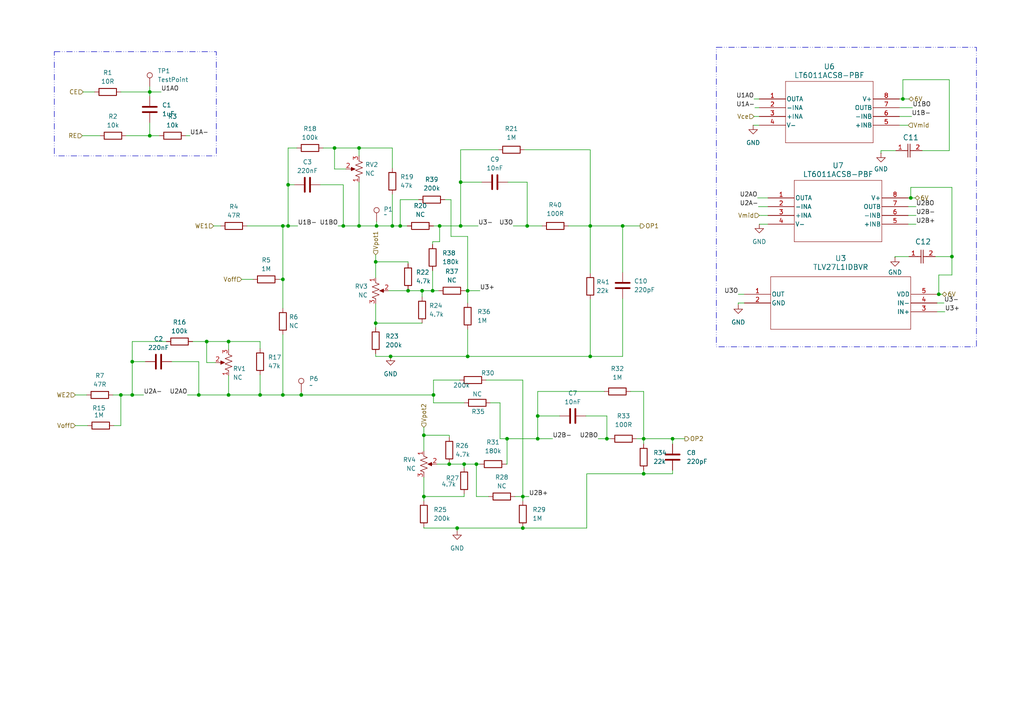
<source format=kicad_sch>
(kicad_sch (version 20231120) (generator "eeschema") (generator_version "8.0")
  (paper "A4")
  (lib_symbols
    (symbol "Connector:TestPoint" (pin_numbers hide) (pin_names (offset 0.762) hide)
      (property "Reference" "TP" (at 0 6.858 0))
      (property "Value" "TestPoint" (at 0 5.08 0))
      (symbol "TestPoint_0_1"
        (circle (center 0 3.302) (radius 0.762))
      )
      (symbol "TestPoint_1_1"
        (pin passive line (at 0 0 90) (length 2.54) (name "1") (number "1"))
      )
    )
    (symbol "Device:C" (pin_numbers hide) (pin_names (offset 0.254))
      (property "Reference" "C" (at 0.635 2.54 0))
      (property "Value" "C" (at 0.635 -2.54 0))
      (symbol "C_0_1"
        (polyline (pts (xy -2.032 -0.762) (xy 2.032 -0.762)) (stroke (width 0.508)))
        (polyline (pts (xy -2.032 0.762) (xy 2.032 0.762)) (stroke (width 0.508)))
      )
      (symbol "C_1_1"
        (pin passive line (at 0 3.81 270) (length 2.794) (name "~") (number "1"))
        (pin passive line (at 0 -3.81 90) (length 2.794) (name "~") (number "2"))
      )
    )
    (symbol "Device:R" (pin_numbers hide) (pin_names (offset 0))
      (property "Reference" "R" (at 2.032 0 90))
      (property "Value" "R" (at 0 0 90))
      (symbol "R_0_1"
        (rectangle (start -1.016 -2.54) (end 1.016 2.54) (stroke (width 0.254)))
      )
      (symbol "R_1_1"
        (pin passive line (at 0 3.81 270) (length 1.27) (name "~") (number "1"))
        (pin passive line (at 0 -3.81 90) (length 1.27) (name "~") (number "2"))
      )
    )
    (symbol "Device:R_Potentiometer_US" (pin_names (offset 1.016) hide)
      (property "Reference" "RV" (at -4.445 0 90))
      (property "Value" "R_Potentiometer_US" (at -2.54 0 90))
      (symbol "R_Potentiometer_US_0_1"
        (polyline (pts (xy 0 -2.286) (xy 0 -2.54)))
        (polyline (pts (xy 0 2.54) (xy 0 2.286)))
        (polyline (pts (xy 2.54 0) (xy 1.524 0)))
        (polyline (pts (xy 1.143 0) (xy 2.286 0.508) (xy 2.286 -0.508) (xy 1.143 0)) (fill (type outline)))
        (polyline (pts (xy 0 -0.762) (xy 1.016 -1.143) (xy 0 -1.524) (xy -1.016 -1.905) (xy 0 -2.286)))
        (polyline (pts (xy 0 0.762) (xy 1.016 0.381) (xy 0 0) (xy -1.016 -0.381) (xy 0 -0.762)))
        (polyline (pts (xy 0 2.286) (xy 1.016 1.905) (xy 0 1.524) (xy -1.016 1.143) (xy 0 0.762)))
      )
      (symbol "R_Potentiometer_US_1_1"
        (pin passive line (at 0 3.81 270) (length 1.27) (name "1") (number "1"))
        (pin passive line (at 3.81 0 180) (length 1.27) (name "2") (number "2"))
        (pin passive line (at 0 -3.81 90) (length 1.27) (name "3") (number "3"))
      )
    )
    (symbol "LT 6011A Opamp:LT6011ACS8-PBF" (pin_names (offset 0.254))
      (property "Reference" "U" (at 20.32 10.16 0))
      (property "Value" "LT6011ACS8-PBF" (at 20.32 7.62 0))
      (symbol "LT6011ACS8-PBF_0_1"
        (polyline (pts (xy 7.62 -12.7) (xy 33.02 -12.7)) (stroke (width 0.127)))
        (polyline (pts (xy 7.62 5.08) (xy 7.62 -12.7)) (stroke (width 0.127)))
        (polyline (pts (xy 33.02 -12.7) (xy 33.02 5.08)) (stroke (width 0.127)))
        (polyline (pts (xy 33.02 5.08) (xy 7.62 5.08)) (stroke (width 0.127)))
        (pin output line (at 0 0 0) (length 7.62) (name "OUTA") (number "1"))
        (pin input line (at 0 -2.54 0) (length 7.62) (name "-INA") (number "2"))
        (pin input line (at 0 -5.08 0) (length 7.62) (name "+INA") (number "3"))
        (pin power_in line (at 0 -7.62 0) (length 7.62) (name "V-") (number "4"))
        (pin input line (at 40.64 -7.62 180) (length 7.62) (name "+INB") (number "5"))
        (pin input line (at 40.64 -5.08 180) (length 7.62) (name "-INB") (number "6"))
        (pin output line (at 40.64 -2.54 180) (length 7.62) (name "OUTB") (number "7"))
        (pin power_in line (at 40.64 0 180) (length 7.62) (name "V+") (number "8"))
      )
    )
    (symbol "TLV27L1DBVR:TLV27L1IDBVR" (pin_names (offset 0.254))
      (property "Reference" "U" (at 27.94 10.16 0))
      (property "Value" "TLV27L1IDBVR" (at 27.94 7.62 0))
      (symbol "TLV27L1IDBVR_0_1"
        (polyline (pts (xy 7.62 -10.16) (xy 48.26 -10.16)) (stroke (width 0.127)))
        (polyline (pts (xy 7.62 5.08) (xy 7.62 -10.16)) (stroke (width 0.127)))
        (polyline (pts (xy 48.26 -10.16) (xy 48.26 5.08)) (stroke (width 0.127)))
        (polyline (pts (xy 48.26 5.08) (xy 7.62 5.08)) (stroke (width 0.127)))
        (pin output line (at 0 0 0) (length 7.62) (name "OUT") (number "1"))
        (pin power_in line (at 0 -2.54 0) (length 7.62) (name "GND") (number "2"))
        (pin input line (at 55.88 -5.08 180) (length 7.62) (name "IN+") (number "3"))
        (pin input line (at 55.88 -2.54 180) (length 7.62) (name "IN-") (number "4"))
        (pin power_in line (at 55.88 0 180) (length 7.62) (name "VDD") (number "5"))
      )
    )
    (symbol "kemet_0.1uf:C0805C104K5RACTU" (pin_names (offset 0.254))
      (property "Reference" "C" (at 3.81 3.81 0))
      (property "Value" "C0805C104K5RACTU" (at 3.81 -3.81 0))
      (symbol "C0805C104K5RACTU_1_1"
        (polyline (pts (xy 2.54 0) (xy 3.4798 0)) (stroke (width 0.2032)))
        (polyline (pts (xy 3.4798 -1.905) (xy 3.4798 1.905)) (stroke (width 0.2032)))
        (polyline (pts (xy 4.1148 -1.905) (xy 4.1148 1.905)) (stroke (width 0.2032)))
        (polyline (pts (xy 4.1148 0) (xy 5.08 0)) (stroke (width 0.2032)))
        (pin unspecified line (at 0 0 0) (length 2.54) (name "") (number "1"))
        (pin unspecified line (at 7.62 0 180) (length 2.54) (name "") (number "2"))
      )
      (symbol "C0805C104K5RACTU_1_2"
        (polyline (pts (xy -1.905 -4.1148) (xy 1.905 -4.1148)) (stroke (width 0.2032)))
        (polyline (pts (xy -1.905 -3.4798) (xy 1.905 -3.4798)) (stroke (width 0.2032)))
        (polyline (pts (xy 0 -4.1148) (xy 0 -5.08)) (stroke (width 0.2032)))
        (polyline (pts (xy 0 -2.54) (xy 0 -3.4798)) (stroke (width 0.2032)))
        (pin unspecified line (at 0 0 270) (length 2.54) (name "") (number "1"))
        (pin unspecified line (at 0 -7.62 90) (length 2.54) (name "") (number "2"))
      )
    )
    (symbol "power:GND" (power) (pin_numbers hide) (pin_names (offset 0) hide)
      (property "Value" "GND" (at 0 -3.81 0))
      (symbol "GND_0_1"
        (polyline (pts (xy 0 0) (xy 0 -1.27) (xy 1.27 -1.27) (xy 0 -2.54) (xy -1.27 -1.27) (xy 0 -1.27)))
      )
      (symbol "GND_1_1"
        (pin power_in line (at 0 0 270) (length 0) (name "~") (number "1"))
      )
    )
  )
  (junction (at 57.658 114.554))
  (junction (at 195.072 127.254))
  (junction (at 151.638 153.162))
  (junction (at 155.956 120.65))
  (junction (at 113.792 65.532))
  (junction (at 151.638 144.018))
  (junction (at 122.428 84.328))
  (junction (at 122.936 126.238))
  (junction (at 130.302 134.62))
  (junction (at 113.284 103.378))
  (junction (at 180.594 65.532))
  (junction (at 38.354 104.902))
  (junction (at 38.354 114.554))
  (junction (at 66.294 99.06))
  (junction (at 122.936 144.018))
  (junction (at 276.098 74.422))
  (junction (at 138.176 134.62))
  (junction (at 99.568 65.532))
  (junction (at 176.022 127.254))
  (junction (at 171.196 65.532))
  (junction (at 152.908 65.532))
  (junction (at 125.73 114.554))
  (junction (at 133.604 65.532))
  (junction (at 104.14 65.532))
  (junction (at 104.14 42.926))
  (junction (at 155.956 127.254))
  (junction (at 264.16 57.404))
  (junction (at 147.066 127.254))
  (junction (at 135.636 84.328))
  (junction (at 109.22 65.532))
  (junction (at 108.966 75.946))
  (junction (at 132.588 153.162))
  (junction (at 43.434 39.37))
  (junction (at 135.636 103.378))
  (junction (at 43.434 26.67))
  (junction (at 118.364 84.328))
  (junction (at 125.476 84.328))
  (junction (at 75.438 114.554))
  (junction (at 186.69 137.414))
  (junction (at 97.028 42.926))
  (junction (at 82.042 114.554))
  (junction (at 83.566 53.594))
  (junction (at 82.042 65.532))
  (junction (at 83.566 65.532))
  (junction (at 186.69 127.254))
  (junction (at 134.62 134.62))
  (junction (at 272.288 85.344))
  (junction (at 66.294 114.554))
  (junction (at 59.944 99.06))
  (junction (at 87.376 114.554))
  (junction (at 108.966 93.726))
  (junction (at 116.078 65.532))
  (junction (at 35.052 114.554))
  (junction (at 82.042 81.026))
  (junction (at 171.196 103.378))
  (junction (at 133.604 52.832))
  (junction (at 261.874 28.702))
  (junction (at 127.508 65.532))
  (wire (pts (xy 171.196 65.532) (xy 180.594 65.532)))
  (wire (pts (xy 135.636 95.504) (xy 135.636 103.378)))
  (wire (pts (xy 75.438 101.092) (xy 75.438 99.06)))
  (wire (pts (xy 180.594 86.614) (xy 180.594 103.378)))
  (wire (pts (xy 135.636 103.378) (xy 171.196 103.378)))
  (wire (pts (xy 35.052 114.554) (xy 38.354 114.554)))
  (wire (pts (xy 122.936 144.018) (xy 122.936 138.43)))
  (wire (pts (xy 122.428 86.106) (xy 122.428 84.328)))
  (wire (pts (xy 145.034 127.254) (xy 147.066 127.254)))
  (wire (pts (xy 118.364 75.946) (xy 118.364 76.454)))
  (wire (pts (xy 152.908 52.832) (xy 147.32 52.832)))
  (wire (pts (xy 59.944 99.06) (xy 66.294 99.06)))
  (wire (pts (xy 57.658 114.554) (xy 54.356 114.554)))
  (wire (pts (xy 125.73 116.84) (xy 125.73 114.554)))
  (wire (pts (xy 139.192 134.62) (xy 138.176 134.62)))
  (wire (pts (xy 260.858 28.702) (xy 261.874 28.702)))
  (wire (pts (xy 186.69 136.398) (xy 186.69 137.414)))
  (wire (pts (xy 195.072 127.254) (xy 195.072 128.778)))
  (wire (pts (xy 38.354 99.06) (xy 38.354 104.902)))
  (wire (pts (xy 48.26 99.06) (xy 38.354 99.06)))
  (wire (pts (xy 126.746 134.62) (xy 130.302 134.62)))
  (wire (pts (xy 59.944 99.06) (xy 59.944 105.156)))
  (wire (pts (xy 99.568 53.594) (xy 99.568 65.532)))
  (wire (pts (xy 83.566 53.594) (xy 83.566 65.532)))
  (wire (pts (xy 66.294 99.06) (xy 66.294 101.346)))
  (wire (pts (xy 122.936 144.018) (xy 134.62 144.018)))
  (wire (pts (xy 180.594 65.532) (xy 180.594 78.994)))
  (wire (pts (xy 97.028 49.022) (xy 97.028 42.926)))
  (wire (pts (xy 261.874 28.702) (xy 263.652 28.702)))
  (wire (pts (xy 116.078 65.532) (xy 118.11 65.532)))
  (wire (pts (xy 272.288 79.756) (xy 272.288 85.344)))
  (wire (pts (xy 83.566 65.532) (xy 86.36 65.532)))
  (wire (pts (xy 218.694 28.702) (xy 220.218 28.702)))
  (wire (pts (xy 130.302 134.62) (xy 134.62 134.62)))
  (wire (pts (xy 155.956 120.65) (xy 162.306 120.65)))
  (wire (pts (xy 108.966 75.946) (xy 118.364 75.946)))
  (wire (pts (xy 170.18 153.162) (xy 170.18 137.414)))
  (wire (pts (xy 134.62 143.256) (xy 134.62 144.018)))
  (wire (pts (xy 152.146 43.434) (xy 171.196 43.434)))
  (wire (pts (xy 75.438 108.712) (xy 75.438 114.554)))
  (wire (pts (xy 170.18 137.414) (xy 186.69 137.414)))
  (wire (pts (xy 135.636 103.378) (xy 113.284 103.378)))
  (wire (pts (xy 104.14 65.532) (xy 104.14 52.832)))
  (wire (pts (xy 87.376 114.554) (xy 82.042 114.554)))
  (wire (pts (xy 261.874 23.114) (xy 275.336 23.114)))
  (wire (pts (xy 155.956 127.254) (xy 160.274 127.254)))
  (wire (pts (xy 259.588 74.676) (xy 259.588 74.422)))
  (wire (pts (xy 55.118 39.37) (xy 53.848 39.37)))
  (wire (pts (xy 130.81 68.58) (xy 135.636 68.58)))
  (wire (pts (xy 98.044 65.532) (xy 99.568 65.532)))
  (wire (pts (xy 66.294 99.06) (xy 75.438 99.06)))
  (wire (pts (xy 140.97 110.236) (xy 151.638 110.236)))
  (wire (pts (xy 164.846 65.532) (xy 171.196 65.532)))
  (wire (pts (xy 264.414 33.782) (xy 260.858 33.782)))
  (wire (pts (xy 133.604 65.532) (xy 138.684 65.532)))
  (wire (pts (xy 142.24 116.84) (xy 145.034 116.84)))
  (wire (pts (xy 23.876 39.37) (xy 28.956 39.37)))
  (wire (pts (xy 186.69 127.254) (xy 195.072 127.254)))
  (wire (pts (xy 171.196 86.868) (xy 171.196 103.378)))
  (wire (pts (xy 265.684 62.484) (xy 263.398 62.484)))
  (wire (pts (xy 132.588 153.162) (xy 132.588 153.924)))
  (wire (pts (xy 62.484 105.156) (xy 59.944 105.156)))
  (wire (pts (xy 133.35 110.236) (xy 125.73 110.236)))
  (wire (pts (xy 82.042 81.026) (xy 81.026 81.026)))
  (wire (pts (xy 264.16 54.356) (xy 264.16 57.404)))
  (wire (pts (xy 275.336 23.114) (xy 275.336 43.688)))
  (wire (pts (xy 134.62 135.636) (xy 134.62 134.62)))
  (wire (pts (xy 171.196 65.532) (xy 171.196 79.248)))
  (wire (pts (xy 108.966 103.378) (xy 113.284 103.378)))
  (wire (pts (xy 130.81 68.58) (xy 130.81 57.912)))
  (wire (pts (xy 66.294 108.966) (xy 66.294 114.554)))
  (wire (pts (xy 122.428 84.328) (xy 118.364 84.328)))
  (wire (pts (xy 220.218 36.322) (xy 218.44 36.322)))
  (wire (pts (xy 135.636 84.328) (xy 135.636 87.884)))
  (wire (pts (xy 260.858 36.322) (xy 263.398 36.322)))
  (wire (pts (xy 82.042 81.026) (xy 82.042 89.408)))
  (wire (pts (xy 133.604 43.434) (xy 133.604 52.832)))
  (wire (pts (xy 83.566 53.594) (xy 85.344 53.594)))
  (wire (pts (xy 93.726 42.926) (xy 97.028 42.926)))
  (wire (pts (xy 276.098 74.422) (xy 276.098 79.756)))
  (wire (pts (xy 57.658 104.902) (xy 57.658 114.554)))
  (wire (pts (xy 195.072 137.414) (xy 186.69 137.414)))
  (wire (pts (xy 38.354 104.902) (xy 38.354 114.554)))
  (wire (pts (xy 220.218 65.024) (xy 222.758 65.024)))
  (wire (pts (xy 265.43 57.404) (xy 264.16 57.404)))
  (wire (pts (xy 125.73 110.236) (xy 125.73 114.554)))
  (wire (pts (xy 259.588 74.422) (xy 263.652 74.422)))
  (wire (pts (xy 122.936 153.162) (xy 122.936 152.908)))
  (wire (pts (xy 21.844 123.444) (xy 25.4 123.444)))
  (wire (pts (xy 108.966 94.996) (xy 108.966 93.726)))
  (wire (pts (xy 276.098 74.422) (xy 276.098 54.356)))
  (wire (pts (xy 122.936 145.288) (xy 122.936 144.018)))
  (wire (pts (xy 146.812 134.62) (xy 147.066 134.62)))
  (wire (pts (xy 125.476 78.486) (xy 125.476 84.328)))
  (wire (pts (xy 82.042 65.532) (xy 83.566 65.532)))
  (wire (pts (xy 155.956 120.65) (xy 155.956 127.254)))
  (wire (pts (xy 116.078 57.912) (xy 116.078 65.532)))
  (wire (pts (xy 177.038 127.254) (xy 176.022 127.254)))
  (wire (pts (xy 82.042 97.028) (xy 82.042 114.554)))
  (wire (pts (xy 273.304 85.344) (xy 272.288 85.344)))
  (wire (pts (xy 152.908 52.832) (xy 152.908 65.532)))
  (wire (pts (xy 86.106 42.926) (xy 83.566 42.926)))
  (wire (pts (xy 176.022 120.65) (xy 169.926 120.65)))
  (wire (pts (xy 71.628 65.532) (xy 82.042 65.532)))
  (wire (pts (xy 33.02 123.444) (xy 35.052 123.444)))
  (wire (pts (xy 151.638 153.162) (xy 151.638 152.908)))
  (wire (pts (xy 133.604 52.832) (xy 133.604 65.532)))
  (wire (pts (xy 133.604 43.434) (xy 144.526 43.434)))
  (wire (pts (xy 75.438 114.554) (xy 82.042 114.554)))
  (wire (pts (xy 134.62 116.84) (xy 125.73 116.84)))
  (wire (pts (xy 118.364 84.074) (xy 118.364 84.328)))
  (wire (pts (xy 153.416 144.018) (xy 151.638 144.018)))
  (wire (pts (xy 43.434 26.67) (xy 43.434 27.94)))
  (wire (pts (xy 87.376 113.792) (xy 87.376 114.554)))
  (wire (pts (xy 276.098 54.356) (xy 264.16 54.356)))
  (wire (pts (xy 104.14 42.926) (xy 113.792 42.926)))
  (wire (pts (xy 108.966 75.946) (xy 108.966 80.518)))
  (wire (pts (xy 171.196 43.434) (xy 171.196 65.532)))
  (wire (pts (xy 113.792 65.532) (xy 116.078 65.532)))
  (wire (pts (xy 21.844 114.554) (xy 25.146 114.554)))
  (wire (pts (xy 220.218 62.484) (xy 222.758 62.484)))
  (wire (pts (xy 121.412 57.912) (xy 116.078 57.912)))
  (wire (pts (xy 175.26 113.538) (xy 155.956 113.538)))
  (wire (pts (xy 273.812 87.884) (xy 271.78 87.884)))
  (wire (pts (xy 272.288 85.344) (xy 271.78 85.344)))
  (wire (pts (xy 151.638 153.162) (xy 170.18 153.162)))
  (wire (pts (xy 127.508 65.532) (xy 125.73 65.532)))
  (wire (pts (xy 108.966 73.914) (xy 108.966 75.946)))
  (wire (pts (xy 43.434 26.67) (xy 46.736 26.67)))
  (wire (pts (xy 264.16 57.404) (xy 263.398 57.404)))
  (wire (pts (xy 46.228 39.37) (xy 43.434 39.37)))
  (wire (pts (xy 122.936 126.238) (xy 122.936 130.81)))
  (wire (pts (xy 97.028 42.926) (xy 104.14 42.926)))
  (wire (pts (xy 271.272 74.422) (xy 276.098 74.422)))
  (wire (pts (xy 151.638 144.018) (xy 151.638 145.288)))
  (wire (pts (xy 113.792 48.768) (xy 113.792 42.926)))
  (wire (pts (xy 147.066 134.62) (xy 147.066 127.254)))
  (wire (pts (xy 173.482 127.254) (xy 176.022 127.254)))
  (wire (pts (xy 186.69 128.778) (xy 186.69 127.254)))
  (wire (pts (xy 180.594 65.532) (xy 185.674 65.532)))
  (wire (pts (xy 265.684 65.024) (xy 263.398 65.024)))
  (wire (pts (xy 122.936 126.238) (xy 130.302 126.238)))
  (wire (pts (xy 38.354 114.554) (xy 41.656 114.554)))
  (wire (pts (xy 32.766 114.554) (xy 35.052 114.554)))
  (wire (pts (xy 134.874 84.328) (xy 135.636 84.328)))
  (wire (pts (xy 255.524 43.688) (xy 259.842 43.688)))
  (wire (pts (xy 255.524 44.45) (xy 255.524 43.688)))
  (wire (pts (xy 133.604 52.832) (xy 139.7 52.832)))
  (wire (pts (xy 135.636 84.328) (xy 139.192 84.328)))
  (wire (pts (xy 35.052 26.67) (xy 43.434 26.67)))
  (wire (pts (xy 130.81 57.912) (xy 129.032 57.912)))
  (wire (pts (xy 75.438 114.554) (xy 66.294 114.554)))
  (wire (pts (xy 122.428 84.328) (xy 125.476 84.328)))
  (wire (pts (xy 132.588 153.162) (xy 151.638 153.162)))
  (wire (pts (xy 155.956 113.538) (xy 155.956 120.65)))
  (wire (pts (xy 182.88 113.538) (xy 186.69 113.538)))
  (wire (pts (xy 125.476 84.328) (xy 127.254 84.328)))
  (wire (pts (xy 122.936 153.162) (xy 132.588 153.162)))
  (wire (pts (xy 186.69 127.254) (xy 184.658 127.254)))
  (wire (pts (xy 43.434 25.146) (xy 43.434 26.67)))
  (wire (pts (xy 151.638 144.018) (xy 149.352 144.018)))
  (wire (pts (xy 151.638 110.236) (xy 151.638 144.018)))
  (wire (pts (xy 195.072 136.398) (xy 195.072 137.414)))
  (wire (pts (xy 274.066 90.424) (xy 271.78 90.424)))
  (wire (pts (xy 125.73 114.554) (xy 87.376 114.554)))
  (wire (pts (xy 180.594 103.378) (xy 171.196 103.378)))
  (wire (pts (xy 138.176 134.62) (xy 138.176 144.018)))
  (wire (pts (xy 275.336 43.688) (xy 267.462 43.688)))
  (wire (pts (xy 100.33 49.022) (xy 97.028 49.022)))
  (wire (pts (xy 130.302 126.238) (xy 130.302 126.746)))
  (wire (pts (xy 186.69 113.538) (xy 186.69 127.254)))
  (wire (pts (xy 24.13 26.67) (xy 27.432 26.67)))
  (wire (pts (xy 218.694 33.782) (xy 220.218 33.782)))
  (wire (pts (xy 122.936 123.952) (xy 122.936 126.238)))
  (wire (pts (xy 265.684 59.944) (xy 263.398 59.944)))
  (wire (pts (xy 148.844 65.532) (xy 152.908 65.532)))
  (wire (pts (xy 219.71 57.404) (xy 222.758 57.404)))
  (wire (pts (xy 109.22 64.262) (xy 109.22 65.532)))
  (wire (pts (xy 43.434 35.56) (xy 43.434 39.37)))
  (wire (pts (xy 83.566 42.926) (xy 83.566 53.594)))
  (wire (pts (xy 145.034 116.84) (xy 145.034 127.254)))
  (wire (pts (xy 261.874 28.702) (xy 261.874 23.114)))
  (wire (pts (xy 82.042 65.532) (xy 82.042 81.026)))
  (wire (pts (xy 108.966 102.616) (xy 108.966 103.378)))
  (wire (pts (xy 113.792 56.388) (xy 113.792 65.532)))
  (wire (pts (xy 92.964 53.594) (xy 99.568 53.594)))
  (wire (pts (xy 218.948 31.242) (xy 220.218 31.242)))
  (wire (pts (xy 198.628 127.254) (xy 195.072 127.254)))
  (wire (pts (xy 125.476 70.104) (xy 127.508 70.104)))
  (wire (pts (xy 276.098 79.756) (xy 272.288 79.756)))
  (wire (pts (xy 55.88 99.06) (xy 59.944 99.06)))
  (wire (pts (xy 127.508 70.104) (xy 127.508 65.532)))
  (wire (pts (xy 219.964 59.944) (xy 222.758 59.944)))
  (wire (pts (xy 135.636 68.58) (xy 135.636 84.328)))
  (wire (pts (xy 152.908 65.532) (xy 157.226 65.532)))
  (wire (pts (xy 113.792 65.532) (xy 109.22 65.532)))
  (wire (pts (xy 214.122 87.884) (xy 215.9 87.884)))
  (wire (pts (xy 108.966 93.726) (xy 108.966 88.138)))
  (wire (pts (xy 127.508 65.532) (xy 133.604 65.532)))
  (wire (pts (xy 138.176 144.018) (xy 141.732 144.018)))
  (wire (pts (xy 264.668 31.242) (xy 260.858 31.242)))
  (wire (pts (xy 66.294 114.554) (xy 57.658 114.554)))
  (wire (pts (xy 214.122 85.344) (xy 215.9 85.344)))
  (wire (pts (xy 108.966 93.726) (xy 122.428 93.726)))
  (wire (pts (xy 134.62 134.62) (xy 138.176 134.62)))
  (wire (pts (xy 36.576 39.37) (xy 43.434 39.37)))
  (wire (pts (xy 99.568 65.532) (xy 104.14 65.532)))
  (wire (pts (xy 147.066 127.254) (xy 155.956 127.254)))
  (wire (pts (xy 49.784 104.902) (xy 57.658 104.902)))
  (wire (pts (xy 70.104 81.026) (xy 73.406 81.026)))
  (wire (pts (xy 109.22 65.532) (xy 104.14 65.532)))
  (wire (pts (xy 61.976 65.532) (xy 64.008 65.532)))
  (wire (pts (xy 35.052 114.554) (xy 35.052 123.444)))
  (wire (pts (xy 176.022 127.254) (xy 176.022 120.65)))
  (wire (pts (xy 112.776 84.328) (xy 118.364 84.328)))
  (wire (pts (xy 130.302 134.366) (xy 130.302 134.62)))
  (wire (pts (xy 104.14 42.926) (xy 104.14 45.212)))
  (wire (pts (xy 214.122 87.884) (xy 214.122 88.392)))
  (wire (pts (xy 125.476 70.104) (xy 125.476 70.866)))
  (wire (pts (xy 42.164 104.902) (xy 38.354 104.902)))
  (rectangle (start 207.772 13.716) (end 283.21 100.584) (stroke (width 0) (type dash_dot_dot)))
  (rectangle (start 15.748 14.986) (end 62.738 45.212) (stroke (width 0) (type dash_dot_dot)))
  (label "U2BO" (at 173.482 127.254 180))
  (label "U3+" (at 274.066 90.424 0))
  (label "U1B-" (at 86.36 65.532 0))
  (label "U2BO" (at 265.684 59.944 0))
  (label "U1AO" (at 46.736 26.67 0))
  (label "U2AO" (at 219.71 57.404 180))
  (label "U1A-" (at 55.118 39.37 0))
  (label "U2B+" (at 265.684 65.024 0))
  (label "U2AO" (at 54.356 114.554 180))
  (label "U2B+" (at 153.416 144.018 0))
  (label "U1A-" (at 218.948 31.242 180))
  (label "U2A-" (at 219.964 59.944 180))
  (label "U3+" (at 139.192 84.328 0))
  (label "U2B-" (at 265.684 62.484 0))
  (label "U3-" (at 138.684 65.532 0))
  (label "U1AO" (at 218.694 28.702 180))
  (label "U3O" (at 148.844 65.532 180))
  (label "U1BO" (at 98.044 65.532 180))
  (label "U1B-" (at 264.414 33.782 0))
  (label "U1BO" (at 264.668 31.242 0))
  (label "U2B-" (at 160.274 127.254 0))
  (label "U3-" (at 273.812 87.884 0))
  (label "U2A-" (at 41.656 114.554 0))
  (label "U3O" (at 214.122 85.344 180))
  (hierarchical_label "WE2" (shape input) (at 21.844 114.554 180))
  (hierarchical_label "OP1" (shape output) (at 185.674 65.532 0))
  (hierarchical_label "CE" (shape input) (at 24.13 26.67 180))
  (hierarchical_label "OP2" (shape output) (at 198.628 127.254 0))
  (hierarchical_label "Voff" (shape input) (at 21.844 123.444 180))
  (hierarchical_label "6V" (shape bidirectional) (at 265.43 57.404 0))
  (hierarchical_label "RE" (shape input) (at 23.876 39.37 180))
  (hierarchical_label "6V" (shape bidirectional) (at 273.304 85.344 0))
  (hierarchical_label "6V" (shape bidirectional) (at 263.652 28.702 0))
  (hierarchical_label "WE1" (shape input) (at 61.976 65.532 180))
  (hierarchical_label "Vmid" (shape input) (at 263.398 36.322 0))
  (hierarchical_label "Vpot2" (shape input) (at 122.936 123.952 90))
  (hierarchical_label "Vpot1" (shape input) (at 108.966 73.914 90))
  (hierarchical_label "Vmid" (shape input) (at 220.218 62.484 180))
  (hierarchical_label "Vce" (shape input) (at 218.694 33.782 180))
  (hierarchical_label "Voff" (shape input) (at 70.104 81.026 180))
  (symbol (lib_id "power:GND") (at 218.44 36.322 0) (unit 1)
    (property "Reference" "#PWR04" (effects (hide yes)))
    (property "Value" "GND" (at 218.44 41.402 0))
    (property "Description" "Power symbol creates a global label with name \"GND\" , ground" (effects (hide yes)))
  )
  (symbol (lib_id "Device:R") (at 75.438 104.902 180) (unit 1)
    (property "Reference" "R17" (at 77.724 103.6319 0) (effects (justify right)))
    (property "Value" "47k" (at 77.724 106.1719 0) (effects (justify right)))
    (property "Footprint" "Resistor_SMD:R_0603_1608Metric" (effects (hide yes)))
    (property "Description" "Resistor" (effects (hide yes)))
  )
  (symbol (lib_id "Device:R_Potentiometer_US") (at 104.14 49.022 180) (unit 1)
    (property "Reference" "RV2" (at 105.918 47.7519 0) (effects (justify right)))
    (property "Value" "NC" (at 105.918 50.2919 0) (effects (justify right)))
    (property "Footprint" "Potentiometer_SMD:Potentiometer_Bourns_3269W_Vertical" (effects (hide yes)))
    (property "Description" "Potentiometer, US symbol" (effects (hide yes)))
  )
  (symbol (lib_id "Device:C") (at 195.072 132.588 180) (unit 1)
    (property "Reference" "C8" (at 199.136 131.3179 0) (effects (justify right)))
    (property "Value" "220pF" (at 199.136 133.8579 0) (effects (justify right)))
    (property "Footprint" "Capacitor_SMD:C_0603_1608Metric" (effects (hide yes)))
    (property "Description" "Unpolarized capacitor" (effects (hide yes)))
  )
  (symbol (lib_id "Device:R") (at 32.766 39.37 90) (unit 1)
    (property "Reference" "R2" (at 32.766 33.782 90))
    (property "Value" "10k" (at 32.766 36.322 90))
    (property "Footprint" "Resistor_SMD:R_0603_1608Metric" (effects (hide yes)))
    (property "Description" "Resistor" (effects (hide yes)))
  )
  (symbol (lib_id "Device:C") (at 166.116 120.65 90) (unit 1)
    (property "Reference" "C7" (at 166.116 114.046 90))
    (property "Value" "10nF" (at 166.116 116.586 90))
    (property "Footprint" "Capacitor_SMD:C_0603_1608Metric" (effects (hide yes)))
    (property "Description" "Unpolarized capacitor" (effects (hide yes)))
  )
  (symbol (lib_id "Device:R") (at 135.636 91.694 0) (unit 1)
    (property "Reference" "R36" (at 138.43 90.4239 0) (effects (justify left)))
    (property "Value" "1M" (at 138.43 92.9639 0) (effects (justify left)))
    (property "Footprint" "Resistor_SMD:R_0603_1608Metric" (effects (hide yes)))
    (property "Description" "Resistor" (effects (hide yes)))
  )
  (symbol (lib_id "TLV27L1DBVR:TLV27L1IDBVR") (at 215.9 85.344 0) (unit 1)
    (property "Reference" "U3" (at 243.84 74.93 0) (effects (font (size 1.524 1.524))))
    (property "Value" "TLV27L1IDBVR" (at 243.84 77.47 0) (effects (font (size 1.524 1.524))))
    (property "Footprint" "TLV27L1DBVR:DBV5" (effects (hide yes)))
    (property "Datasheet" "TLV27L1IDBVR" (effects (hide yes)))
  )
  (symbol (lib_id "Device:R_Potentiometer_US") (at 122.936 134.62 0) (unit 1)
    (property "Reference" "RV4" (at 120.65 133.3499 0) (effects (justify right)))
    (property "Value" "NC" (at 120.65 135.8899 0) (effects (justify right)))
    (property "Footprint" "Potentiometer_SMD:Potentiometer_Bourns_3269W_Vertical" (effects (hide yes)))
    (property "Description" "Potentiometer, US symbol" (effects (hide yes)))
  )
  (symbol (lib_id "Device:R") (at 108.966 98.806 0) (unit 1)
    (property "Reference" "R23" (at 111.76 97.5359 0) (effects (justify left)))
    (property "Value" "200k" (at 111.76 100.0759 0) (effects (justify left)))
    (property "Footprint" "Resistor_SMD:R_0603_1608Metric" (effects (hide yes)))
    (property "Description" "Resistor" (effects (hide yes)))
  )
  (symbol (lib_id "Connector:TestPoint") (at 43.434 25.146 0) (unit 1)
    (property "Reference" "TP1" (at 45.72 20.5739 0) (effects (justify left)))
    (property "Value" "TestPoint" (at 45.72 23.1139 0) (effects (justify left)))
    (property "Footprint" "TestPoint:TestPoint_Pad_1.0x1.0mm" (effects (hide yes)))
    (property "Description" "test point" (effects (hide yes)))
  )
  (symbol (lib_id "Device:C") (at 143.51 52.832 90) (unit 1)
    (property "Reference" "C9" (at 143.51 46.228 90))
    (property "Value" "10nF" (at 143.51 48.768 90))
    (property "Footprint" "Capacitor_SMD:C_0603_1608Metric" (effects (hide yes)))
    (property "Description" "Unpolarized capacitor" (effects (hide yes)))
  )
  (symbol (lib_id "Device:C") (at 43.434 31.75 0) (unit 1)
    (property "Reference" "C1" (at 46.99 30.4799 0) (effects (justify left)))
    (property "Value" "1uF" (at 46.99 33.0199 0) (effects (justify left)))
    (property "Footprint" "Capacitor_SMD:C_0603_1608Metric" (effects (hide yes)))
    (property "Description" "Unpolarized capacitor" (effects (hide yes)))
  )
  (symbol (lib_id "Device:R") (at 131.064 84.328 90) (unit 1)
    (property "Reference" "R37" (at 131.064 78.74 90))
    (property "Value" "NC" (at 131.064 81.28 90))
    (property "Footprint" "Resistor_SMD:R_0603_1608Metric" (effects (hide yes)))
    (property "Description" "Resistor" (effects (hide yes)))
  )
  (symbol (lib_id "Device:R") (at 28.956 114.554 90) (unit 1)
    (property "Reference" "R7" (at 28.956 108.966 90))
    (property "Value" "47R" (at 28.956 111.506 90))
    (property "Footprint" "Resistor_SMD:R_0603_1608Metric" (effects (hide yes)))
    (property "Description" "Resistor" (effects (hide yes)))
  )
  (symbol (lib_id "Device:R") (at 143.002 134.62 90) (unit 1)
    (property "Reference" "R31" (at 143.002 128.27 90))
    (property "Value" "180k" (at 143.002 130.81 90))
    (property "Footprint" "Resistor_SMD:R_0603_1608Metric" (effects (hide yes)))
    (property "Description" "Resistor" (effects (hide yes)))
  )
  (symbol (lib_id "Device:R") (at 125.222 57.912 270) (unit 1)
    (property "Reference" "R39" (at 125.222 52.07 90))
    (property "Value" "200k" (at 125.222 54.61 90))
    (property "Footprint" "Resistor_SMD:R_0603_1608Metric" (effects (hide yes)))
    (property "Description" "Resistor" (effects (hide yes)))
  )
  (symbol (lib_id "Device:R") (at 77.216 81.026 90) (unit 1)
    (property "Reference" "R5" (at 77.216 75.438 90))
    (property "Value" "1M" (at 77.216 77.978 90))
    (property "Footprint" "Resistor_SMD:R_0603_1608Metric" (effects (hide yes)))
    (property "Description" "Resistor" (effects (hide yes)))
  )
  (symbol (lib_id "Connector:TestPoint") (at 109.22 64.262 0) (unit 1)
    (property "Reference" "P1" (at 111.252 60.706 0) (effects (justify left)))
    (property "Value" "~" (at 111.252 62.23 0) (effects (justify left)))
    (property "Footprint" "TestPoint:TestPoint_Pad_1.0x1.0mm" (effects (hide yes)))
    (property "Description" "test point" (effects (hide yes)))
  )
  (symbol (lib_id "Device:R") (at 122.936 149.098 0) (unit 1)
    (property "Reference" "R25" (at 125.73 147.8279 0) (effects (justify left)))
    (property "Value" "200k" (at 125.73 150.3679 0) (effects (justify left)))
    (property "Footprint" "Resistor_SMD:R_0603_1608Metric" (effects (hide yes)))
    (property "Description" "Resistor" (effects (hide yes)))
  )
  (symbol (lib_id "Device:R") (at 151.638 149.098 180) (unit 1)
    (property "Reference" "R29" (at 154.432 147.8279 0) (effects (justify right)))
    (property "Value" "1M" (at 154.432 150.3679 0) (effects (justify right)))
    (property "Footprint" "Resistor_SMD:R_0603_1608Metric" (effects (hide yes)))
    (property "Description" "Resistor" (effects (hide yes)))
  )
  (symbol (lib_id "Connector:TestPoint") (at 87.376 113.792 0) (unit 1)
    (property "Reference" "P6" (at 89.662 109.8549 0) (effects (justify left)))
    (property "Value" "~" (at 89.662 111.76 0) (effects (justify left)))
    (property "Footprint" "TestPoint:TestPoint_Pad_1.0x1.0mm" (effects (hide yes)))
    (property "Description" "test point" (effects (hide yes)))
  )
  (symbol (lib_id "Device:R") (at 130.302 130.556 0) (unit 1)
    (property "Reference" "R26" (at 132.08 129.2859 0) (effects (justify left)))
    (property "Value" "4.7k" (at 132.08 131.8259 0) (effects (justify left)))
    (property "Footprint" "Resistor_SMD:R_0603_1608Metric" (effects (hide yes)))
    (property "Description" "Resistor" (effects (hide yes)))
  )
  (symbol (lib_id "Device:R") (at 125.476 74.676 180) (unit 1)
    (property "Reference" "R38" (at 128.27 73.4059 0) (effects (justify right)))
    (property "Value" "180k" (at 128.27 75.9459 0) (effects (justify right)))
    (property "Footprint" "Resistor_SMD:R_0603_1608Metric" (effects (hide yes)))
    (property "Description" "Resistor" (effects (hide yes)))
  )
  (symbol (lib_id "power:GND") (at 214.122 88.392 0) (unit 1)
    (property "Reference" "#PWR03" (effects (hide yes)))
    (property "Value" "GND" (at 214.122 93.472 0))
    (property "Description" "Power symbol creates a global label with name \"GND\" , ground" (effects (hide yes)))
  )
  (symbol (lib_id "LT 6011A Opamp:LT6011ACS8-PBF") (at 222.758 57.404 0) (unit 1)
    (property "Reference" "U7" (at 243.078 48.006 0) (effects (font (size 1.524 1.524))))
    (property "Value" "LT6011ACS8-PBF" (at 243.078 50.546 0) (effects (font (size 1.524 1.524))))
    (property "Footprint" "LT 6011A Opamp:SO-8_S_LIT" (effects (hide yes)))
    (property "Datasheet" "LT6011ACS8-PBF" (effects (hide yes)))
  )
  (symbol (lib_id "Device:R") (at 31.242 26.67 90) (unit 1)
    (property "Reference" "R1" (at 31.242 21.082 90))
    (property "Value" "10R" (at 31.242 23.622 90))
    (property "Footprint" "Resistor_SMD:R_0603_1608Metric" (effects (hide yes)))
    (property "Description" "Resistor" (effects (hide yes)))
  )
  (symbol (lib_id "Device:C") (at 45.974 104.902 90) (unit 1)
    (property "Reference" "C2" (at 45.974 98.298 90))
    (property "Value" "220nF" (at 45.974 100.838 90))
    (property "Footprint" "Capacitor_SMD:C_0603_1608Metric" (effects (hide yes)))
    (property "Description" "Unpolarized capacitor" (effects (hide yes)))
  )
  (symbol (lib_id "Device:R") (at 171.196 83.058 0) (unit 1)
    (property "Reference" "R41" (at 172.974 81.7879 0) (effects (justify left)))
    (property "Value" "22k" (at 172.974 84.3279 0) (effects (justify left)))
    (property "Footprint" "Resistor_SMD:R_0603_1608Metric" (effects (hide yes)))
    (property "Description" "Resistor" (effects (hide yes)))
  )
  (symbol (lib_id "Device:R") (at 50.038 39.37 90) (unit 1)
    (property "Reference" "R3" (at 50.038 33.782 90))
    (property "Value" "10k" (at 50.038 36.322 90))
    (property "Footprint" "Resistor_SMD:R_0603_1608Metric" (effects (hide yes)))
    (property "Description" "Resistor" (effects (hide yes)))
  )
  (symbol (lib_id "Device:R") (at 82.042 93.218 180) (unit 1)
    (property "Reference" "R6" (at 83.82 91.9479 0) (effects (justify right)))
    (property "Value" "NC" (at 83.82 94.4879 0) (effects (justify right)))
    (property "Footprint" "Resistor_SMD:R_0603_1608Metric" (effects (hide yes)))
    (property "Description" "Resistor" (effects (hide yes)))
  )
  (symbol (lib_id "Device:R") (at 134.62 139.446 0) (unit 1)
    (property "Reference" "R27" (at 129.286 138.684 0) (effects (justify left)))
    (property "Value" "4.7k" (at 128.016 140.462 0) (effects (justify left)))
    (property "Footprint" "Resistor_SMD:R_0603_1608Metric" (effects (hide yes)))
    (property "Description" "Resistor" (effects (hide yes)))
  )
  (symbol (lib_id "Device:R") (at 121.92 65.532 270) (unit 1)
    (property "Reference" "R20" (at 121.92 59.69 90))
    (property "Value" "NC" (at 121.92 62.23 90))
    (property "Footprint" "Resistor_SMD:R_0603_1608Metric" (effects (hide yes)))
    (property "Description" "Resistor" (effects (hide yes)))
  )
  (symbol (lib_id "Device:R") (at 137.16 110.236 90) (unit 1)
    (property "Reference" "R30" (at 141.478 108.204 90))
    (property "Value" "200k" (at 133.858 111.76 90))
    (property "Footprint" "Resistor_SMD:R_0603_1608Metric" (effects (hide yes)))
    (property "Description" "Resistor" (effects (hide yes)))
  )
  (symbol (lib_id "Device:R") (at 179.07 113.538 90) (unit 1)
    (property "Reference" "R32" (at 179.07 106.934 90))
    (property "Value" "1M" (at 179.07 109.474 90))
    (property "Footprint" "Resistor_SMD:R_0603_1608Metric" (effects (hide yes)))
    (property "Description" "Resistor" (effects (hide yes)))
  )
  (symbol (lib_id "Device:R") (at 145.542 144.018 90) (unit 1)
    (property "Reference" "R28" (at 145.542 138.43 90))
    (property "Value" "NC" (at 145.542 140.97 90))
    (property "Footprint" "Resistor_SMD:R_0603_1608Metric" (effects (hide yes)))
    (property "Description" "Resistor" (effects (hide yes)))
  )
  (symbol (lib_id "Device:R_Potentiometer_US") (at 66.294 105.156 180) (unit 1)
    (property "Reference" "RV1" (at 67.564 106.934 0) (effects (justify right)))
    (property "Value" "NC" (at 67.564 109.474 0) (effects (justify right)))
    (property "Footprint" "Potentiometer_SMD:Potentiometer_Bourns_3269W_Vertical" (effects (hide yes)))
    (property "Description" "Potentiometer, US symbol" (effects (hide yes)))
  )
  (symbol (lib_id "Device:R") (at 52.07 99.06 90) (unit 1)
    (property "Reference" "R16" (at 52.07 93.472 90))
    (property "Value" "100k" (at 52.07 96.012 90))
    (property "Footprint" "Resistor_SMD:R_0603_1608Metric" (effects (hide yes)))
    (property "Description" "Resistor" (effects (hide yes)))
  )
  (symbol (lib_id "Device:R") (at 67.818 65.532 90) (unit 1)
    (property "Reference" "R4" (at 67.818 59.944 90))
    (property "Value" "47R" (at 67.818 62.484 90))
    (property "Footprint" "Resistor_SMD:R_0603_1608Metric" (effects (hide yes)))
    (property "Description" "Resistor" (effects (hide yes)))
  )
  (symbol (lib_id "Device:R") (at 148.336 43.434 270) (unit 1)
    (property "Reference" "R21" (at 148.336 37.338 90))
    (property "Value" "1M" (at 148.336 39.878 90))
    (property "Footprint" "Resistor_SMD:R_0603_1608Metric" (effects (hide yes)))
    (property "Description" "Resistor" (effects (hide yes)))
  )
  (symbol (lib_id "power:GND") (at 220.218 65.024 0) (unit 1)
    (property "Reference" "#PWR02" (effects (hide yes)))
    (property "Value" "GND" (at 220.218 70.104 0))
    (property "Description" "Power symbol creates a global label with name \"GND\" , ground" (effects (hide yes)))
  )
  (symbol (lib_id "Device:R_Potentiometer_US") (at 108.966 84.328 0) (unit 1)
    (property "Reference" "RV3" (at 106.68 83.0579 0) (effects (justify right)))
    (property "Value" "NC" (at 106.68 85.5979 0) (effects (justify right)))
    (property "Footprint" "Potentiometer_SMD:Potentiometer_Bourns_3269W_Vertical" (effects (hide yes)))
    (property "Description" "Potentiometer, US symbol" (effects (hide yes)))
  )
  (symbol (lib_id "Device:R") (at 180.848 127.254 90) (unit 1)
    (property "Reference" "R33" (at 180.848 120.65 90))
    (property "Value" "100R" (at 180.848 123.19 90))
    (property "Footprint" "Resistor_SMD:R_0603_1608Metric" (effects (hide yes)))
    (property "Description" "Resistor" (effects (hide yes)))
  )
  (symbol (lib_id "power:GND") (at 259.588 74.676 0) (unit 1)
    (property "Reference" "#PWR08" (effects (hide yes)))
    (property "Value" "GND" (at 259.588 78.994 0))
    (property "Description" "Power symbol creates a global label with name \"GND\" , ground" (effects (hide yes)))
  )
  (symbol (lib_id "Device:R") (at 118.364 80.264 0) (unit 1)
    (property "Reference" "R22" (at 120.65 78.9939 0) (effects (justify left)))
    (property "Value" "4.7k" (at 120.65 81.5339 0) (effects (justify left)))
    (property "Footprint" "Resistor_SMD:R_0603_1608Metric" (effects (hide yes)))
    (property "Description" "Resistor" (effects (hide yes)))
  )
  (symbol (lib_id "Device:R") (at 113.792 52.578 180) (unit 1)
    (property "Reference" "R19" (at 116.078 51.3079 0) (effects (justify right)))
    (property "Value" "47k" (at 116.078 53.8479 0) (effects (justify right)))
    (property "Footprint" "Resistor_SMD:R_0603_1608Metric" (effects (hide yes)))
    (property "Description" "Resistor" (effects (hide yes)))
  )
  (symbol (lib_id "Device:R") (at 186.69 132.588 180) (unit 1)
    (property "Reference" "R34" (at 189.484 131.3179 0) (effects (justify right)))
    (property "Value" "22k" (at 189.484 133.8579 0) (effects (justify right)))
    (property "Footprint" "Resistor_SMD:R_0603_1608Metric" (effects (hide yes)))
    (property "Description" "Resistor" (effects (hide yes)))
  )
  (symbol (lib_id "LT 6011A Opamp:LT6011ACS8-PBF") (at 220.218 28.702 0) (unit 1)
    (property "Reference" "U6" (at 240.538 19.304 0) (effects (font (size 1.524 1.524))))
    (property "Value" "LT6011ACS8-PBF" (at 240.538 21.844 0) (effects (font (size 1.524 1.524))))
    (property "Footprint" "LT 6011A Opamp:SO-8_S_LIT" (effects (hide yes)))
    (property "Datasheet" "LT6011ACS8-PBF" (effects (hide yes)))
  )
  (symbol (lib_id "Device:C") (at 180.594 82.804 180) (unit 1)
    (property "Reference" "C10" (at 183.896 81.5339 0) (effects (justify right)))
    (property "Value" "220pF" (at 183.896 84.0739 0) (effects (justify right)))
    (property "Footprint" "Capacitor_SMD:C_0603_1608Metric" (effects (hide yes)))
    (property "Description" "Unpolarized capacitor" (effects (hide yes)))
  )
  (symbol (lib_id "Device:R") (at 138.43 116.84 90) (unit 1)
    (property "Reference" "R35" (at 138.684 119.38 90))
    (property "Value" "NC" (at 138.43 114.3 90))
    (property "Footprint" "Resistor_SMD:R_0603_1608Metric" (effects (hide yes)))
    (property "Description" "Resistor" (effects (hide yes)))
  )
  (symbol (lib_id "kemet_0.1uf:C0805C104K5RACTU") (at 259.842 43.688 0) (unit 1)
    (property "Reference" "C11" (at 264.16 39.878 0) (effects (font (size 1.524 1.524))))
    (property "Value" "C0805C104K5RACTU" (effects (hide yes)))
    (property "Footprint" "kemet_0.1uf:CAPC220145_88N_KEM" (effects (hide yes)))
    (property "Datasheet" "C0805C104K5RACTU" (effects (hide yes)))
  )
  (symbol (lib_id "power:GND") (at 132.588 153.924 0) (unit 1)
    (property "Reference" "#PWR06" (effects (hide yes)))
    (property "Value" "GND" (at 132.588 159.004 0))
    (property "Description" "Power symbol creates a global label with name \"GND\" , ground" (effects (hide yes)))
  )
  (symbol (lib_id "Device:R") (at 89.916 42.926 90) (unit 1)
    (property "Reference" "R18" (at 89.916 37.338 90))
    (property "Value" "100k" (at 89.916 39.878 90))
    (property "Footprint" "Resistor_SMD:R_0603_1608Metric" (effects (hide yes)))
    (property "Description" "Resistor" (effects (hide yes)))
  )
  (symbol (lib_id "kemet_0.1uf:C0805C104K5RACTU") (at 263.652 74.422 0) (unit 1)
    (property "Reference" "C12" (at 267.716 70.104 0) (effects (font (size 1.524 1.524))))
    (property "Value" "C0805C104K5RACTU" (effects (hide yes)))
    (property "Footprint" "CAPC220145_88N_KEM" (effects (hide yes)))
    (property "Datasheet" "C0805C104K5RACTU" (effects (hide yes)))
  )
  (symbol (lib_id "power:GND") (at 255.524 44.45 0) (unit 1)
    (property "Reference" "#PWR09" (effects (hide yes)))
    (property "Value" "GND" (at 255.524 49.022 0))
    (property "Description" "Power symbol creates a global label with name \"GND\" , ground" (effects (hide yes)))
  )
  (symbol (lib_id "Device:C") (at 89.154 53.594 90) (unit 1)
    (property "Reference" "C3" (at 89.154 46.99 90))
    (property "Value" "220nF" (at 89.154 49.53 90))
    (property "Footprint" "Capacitor_SMD:C_0603_1608Metric" (effects (hide yes)))
    (property "Description" "Unpolarized capacitor" (effects (hide yes)))
  )
  (symbol (lib_id "power:GND") (at 113.284 103.378 0) (unit 1)
    (property "Reference" "#PWR07" (effects (hide yes)))
    (property "Value" "GND" (at 113.284 108.458 0))
    (property "Description" "Power symbol creates a global label with name \"GND\" , ground" (effects (hide yes)))
  )
  (symbol (lib_id "Device:R") (at 161.036 65.532 270) (unit 1)
    (property "Reference" "R40" (at 161.036 59.436 90))
    (property "Value" "100R" (at 161.036 61.976 90))
    (property "Footprint" "Resistor_SMD:R_0603_1608Metric" (effects (hide yes)))
    (property "Description" "Resistor" (effects (hide yes)))
  )
  (symbol (lib_id "Device:R") (at 122.428 89.916 0) (unit 1)
    (property "Reference" "R24" (at 124.46 88.6459 0) (effects (justify left)))
    (property "Value" "4.7k" (at 124.46 91.1859 0) (effects (justify left)))
    (property "Footprint" "Resistor_SMD:R_0603_1608Metric" (effects (hide yes)))
    (property "Description" "Resistor" (effects (hide yes)))
  )
  (symbol (lib_id "Device:R") (at 29.21 123.444 90) (unit 1)
    (property "Reference" "R15" (at 28.702 118.364 90))
    (property "Value" "1M" (at 28.702 120.396 90))
    (property "Footprint" "Resistor_SMD:R_0603_1608Metric" (effects (hide yes)))
    (property "Description" "Resistor" (effects (hide yes)))
  )
)
</source>
